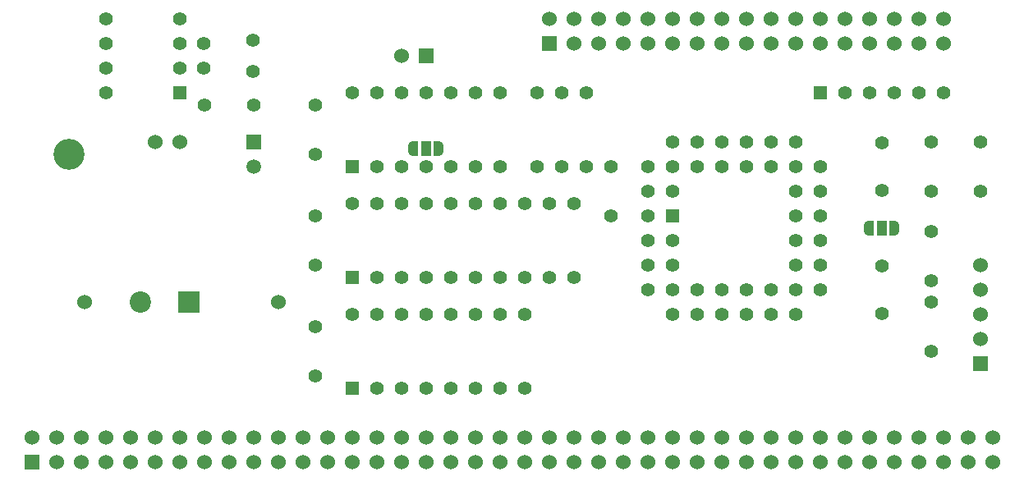
<source format=gbr>
G04 #@! TF.GenerationSoftware,KiCad,Pcbnew,(6.0.2)*
G04 #@! TF.CreationDate,2023-09-27T10:31:06-07:00*
G04 #@! TF.ProjectId,Z80-FDC-V2,5a38302d-4644-4432-9d56-322e6b696361,2.0*
G04 #@! TF.SameCoordinates,Original*
G04 #@! TF.FileFunction,Soldermask,Bot*
G04 #@! TF.FilePolarity,Negative*
%FSLAX46Y46*%
G04 Gerber Fmt 4.6, Leading zero omitted, Abs format (unit mm)*
G04 Created by KiCad (PCBNEW (6.0.2)) date 2023-09-27 10:31:06*
%MOMM*%
%LPD*%
G01*
G04 APERTURE LIST*
G04 Aperture macros list*
%AMFreePoly0*
4,1,22,0.550000,-0.750000,0.000000,-0.750000,0.000000,-0.745033,-0.079941,-0.743568,-0.215256,-0.701293,-0.333266,-0.622738,-0.424486,-0.514219,-0.481581,-0.384460,-0.499164,-0.250000,-0.500000,-0.250000,-0.500000,0.250000,-0.499164,0.250000,-0.499963,0.256109,-0.478152,0.396186,-0.417904,0.524511,-0.324060,0.630769,-0.204165,0.706417,-0.067858,0.745374,0.000000,0.744959,0.000000,0.750000,
0.550000,0.750000,0.550000,-0.750000,0.550000,-0.750000,$1*%
%AMFreePoly1*
4,1,20,0.000000,0.744959,0.073905,0.744508,0.209726,0.703889,0.328688,0.626782,0.421226,0.519385,0.479903,0.390333,0.500000,0.250000,0.500000,-0.250000,0.499851,-0.262216,0.476331,-0.402017,0.414519,-0.529596,0.319384,-0.634700,0.198574,-0.708877,0.061801,-0.746166,0.000000,-0.745033,0.000000,-0.750000,-0.550000,-0.750000,-0.550000,0.750000,0.000000,0.750000,0.000000,0.744959,
0.000000,0.744959,$1*%
G04 Aperture macros list end*
%ADD10R,1.397000X1.397000*%
%ADD11C,1.397000*%
%ADD12C,1.524000*%
%ADD13R,1.524000X1.524000*%
%ADD14FreePoly0,180.000000*%
%ADD15R,1.000000X1.500000*%
%ADD16FreePoly1,180.000000*%
%ADD17C,3.200000*%
%ADD18R,1.490980X1.490980*%
%ADD19C,1.490980*%
%ADD20R,2.200000X2.200000*%
%ADD21C,2.200000*%
G04 APERTURE END LIST*
D10*
X193040000Y-101600000D03*
D11*
X190500000Y-104140000D03*
X193040000Y-104140000D03*
X190500000Y-106680000D03*
X193040000Y-106680000D03*
X190500000Y-109220000D03*
X193040000Y-111760000D03*
X193040000Y-109220000D03*
X195580000Y-111760000D03*
X195580000Y-109220000D03*
X198120000Y-111760000D03*
X198120000Y-109220000D03*
X200660000Y-111760000D03*
X200660000Y-109220000D03*
X203200000Y-111760000D03*
X203200000Y-109220000D03*
X205740000Y-111760000D03*
X208280000Y-109220000D03*
X205740000Y-109220000D03*
X208280000Y-106680000D03*
X205740000Y-106680000D03*
X208280000Y-104140000D03*
X205740000Y-104140000D03*
X208280000Y-101600000D03*
X205740000Y-101600000D03*
X208280000Y-99060000D03*
X205740000Y-99060000D03*
X208280000Y-96520000D03*
X205740000Y-93980000D03*
X205740000Y-96520000D03*
X203200000Y-93980000D03*
X203200000Y-96520000D03*
X200660000Y-93980000D03*
X200660000Y-96520000D03*
X198120000Y-93980000D03*
X198120000Y-96520000D03*
X195580000Y-93980000D03*
X195580000Y-96520000D03*
X193040000Y-93980000D03*
X190500000Y-96520000D03*
X193040000Y-96520000D03*
X190500000Y-99060000D03*
X193040000Y-99060000D03*
X190500000Y-101600000D03*
D12*
X224790000Y-106680000D03*
X224790000Y-109220000D03*
X224790000Y-111760000D03*
X224790000Y-114300000D03*
D13*
X224790000Y-116840000D03*
D14*
X168940000Y-94615000D03*
D15*
X167640000Y-94615000D03*
D16*
X166340000Y-94615000D03*
D14*
X215930000Y-102870000D03*
D15*
X214630000Y-102870000D03*
D16*
X213330000Y-102870000D03*
D11*
X214630000Y-94079060D03*
X214630000Y-98960940D03*
D12*
X226060000Y-124460000D03*
X223520000Y-124460000D03*
X220980000Y-124460000D03*
X218440000Y-124460000D03*
X215900000Y-124460000D03*
X213360000Y-124460000D03*
X210820000Y-124460000D03*
X208280000Y-124460000D03*
X205740000Y-124460000D03*
X203200000Y-124460000D03*
X200660000Y-124460000D03*
X198120000Y-124460000D03*
X195580000Y-124460000D03*
X193040000Y-124460000D03*
X190500000Y-124460000D03*
X187960000Y-124460000D03*
X185420000Y-124460000D03*
X182880000Y-124460000D03*
X180340000Y-124460000D03*
X177800000Y-124460000D03*
X175260000Y-124460000D03*
X172720000Y-124460000D03*
X170180000Y-124460000D03*
X167640000Y-124460000D03*
X165100000Y-124460000D03*
X162560000Y-124460000D03*
X160020000Y-124460000D03*
X157480000Y-124460000D03*
X154940000Y-124460000D03*
X152400000Y-124460000D03*
X149860000Y-124460000D03*
X147320000Y-124460000D03*
X144780000Y-124460000D03*
X142240000Y-124460000D03*
X139700000Y-124460000D03*
X137160000Y-124460000D03*
X134620000Y-124460000D03*
X132080000Y-124460000D03*
X129540000Y-124460000D03*
X127000000Y-124460000D03*
X226060000Y-127000000D03*
X223520000Y-127000000D03*
X220980000Y-127000000D03*
X218440000Y-127000000D03*
X215900000Y-127000000D03*
X213360000Y-127000000D03*
X210820000Y-127000000D03*
X208280000Y-127000000D03*
X205740000Y-127000000D03*
X203200000Y-127000000D03*
X200660000Y-127000000D03*
X198120000Y-127000000D03*
X195580000Y-127000000D03*
X193040000Y-127000000D03*
X190500000Y-127000000D03*
X187960000Y-127000000D03*
X185420000Y-127000000D03*
X182880000Y-127000000D03*
X180340000Y-127000000D03*
X177800000Y-127000000D03*
X175260000Y-127000000D03*
X172720000Y-127000000D03*
X170180000Y-127000000D03*
X167640000Y-127000000D03*
X165100000Y-127000000D03*
X162560000Y-127000000D03*
X160020000Y-127000000D03*
X157480000Y-127000000D03*
X154940000Y-127000000D03*
X152400000Y-127000000D03*
X149860000Y-127000000D03*
X147320000Y-127000000D03*
X144780000Y-127000000D03*
X142240000Y-127000000D03*
X139700000Y-127000000D03*
X137160000Y-127000000D03*
X134620000Y-127000000D03*
X132080000Y-127000000D03*
X129540000Y-127000000D03*
D13*
X127000000Y-127000000D03*
D17*
X130810000Y-95250000D03*
D11*
X186690000Y-101600000D03*
X186690000Y-96520000D03*
X156210000Y-118110000D03*
X156210000Y-113030000D03*
D13*
X167640000Y-85090000D03*
D12*
X165100000Y-85090000D03*
D11*
X156210000Y-101600000D03*
X156210000Y-106680000D03*
X144780000Y-90170000D03*
X149860000Y-90170000D03*
X156210000Y-90170000D03*
X156210000Y-95250000D03*
X224790000Y-93980000D03*
X219710000Y-93980000D03*
D18*
X149860000Y-94000000D03*
D19*
X149860000Y-96500000D03*
D10*
X160020000Y-107950000D03*
D11*
X162560000Y-107950000D03*
X165100000Y-107950000D03*
X167640000Y-107950000D03*
X170180000Y-107950000D03*
X172720000Y-107950000D03*
X175260000Y-107950000D03*
X177800000Y-107950000D03*
X180340000Y-107950000D03*
X182880000Y-107950000D03*
X182880000Y-100330000D03*
X180340000Y-100330000D03*
X177800000Y-100330000D03*
X175260000Y-100330000D03*
X172720000Y-100330000D03*
X170180000Y-100330000D03*
X167640000Y-100330000D03*
X165100000Y-100330000D03*
X162560000Y-100330000D03*
X160020000Y-100330000D03*
D12*
X152430480Y-110490000D03*
X132430520Y-110490000D03*
D11*
X149771316Y-83510000D03*
X149771316Y-86685000D03*
X144691316Y-83827500D03*
X144691316Y-86367500D03*
X181610000Y-88900000D03*
X181610000Y-96520000D03*
X160020000Y-88900000D03*
X162560000Y-88900000D03*
X165100000Y-88900000D03*
X167640000Y-88900000D03*
X170180000Y-88900000D03*
X172720000Y-88900000D03*
X175260000Y-88900000D03*
X175260000Y-96520000D03*
X172720000Y-96520000D03*
X170180000Y-96520000D03*
X167640000Y-96520000D03*
X165100000Y-96520000D03*
X162560000Y-96520000D03*
D10*
X160020000Y-96520000D03*
D11*
X219710000Y-115570000D03*
X219710000Y-110490000D03*
X179070000Y-96520000D03*
X179070000Y-88900000D03*
D10*
X142240000Y-88900000D03*
D11*
X142240000Y-86360000D03*
X142240000Y-83820000D03*
X142240000Y-81280000D03*
X134620000Y-81280000D03*
X134620000Y-83820000D03*
X134620000Y-86360000D03*
X134620000Y-88900000D03*
D10*
X208280000Y-88900000D03*
D11*
X210820000Y-88900000D03*
X213360000Y-88900000D03*
X215900000Y-88900000D03*
X218440000Y-88900000D03*
X220980000Y-88900000D03*
X214630000Y-106779060D03*
X214630000Y-111660940D03*
D20*
X143179730Y-110490000D03*
D21*
X138179730Y-110490000D03*
D11*
X160020000Y-111760000D03*
X162560000Y-111760000D03*
X165100000Y-111760000D03*
X167640000Y-111760000D03*
X170180000Y-111760000D03*
X172720000Y-111760000D03*
X175260000Y-111760000D03*
X177800000Y-111760000D03*
X177800000Y-119380000D03*
X175260000Y-119380000D03*
X172720000Y-119380000D03*
X170180000Y-119380000D03*
X167640000Y-119380000D03*
X165100000Y-119380000D03*
X162560000Y-119380000D03*
D10*
X160020000Y-119380000D03*
D11*
X184150000Y-88900000D03*
X184150000Y-96520000D03*
D13*
X180340000Y-83820000D03*
D12*
X180340000Y-81280000D03*
X182880000Y-83820000D03*
X182880000Y-81280000D03*
X185420000Y-83820000D03*
X185420000Y-81280000D03*
X187960000Y-83820000D03*
X187960000Y-81280000D03*
X190500000Y-83820000D03*
X190500000Y-81280000D03*
X193040000Y-83820000D03*
X193040000Y-81280000D03*
X195580000Y-83820000D03*
X195580000Y-81280000D03*
X198120000Y-83820000D03*
X198120000Y-81280000D03*
X200660000Y-83820000D03*
X200660000Y-81280000D03*
X203200000Y-83820000D03*
X203200000Y-81280000D03*
X205740000Y-83820000D03*
X205740000Y-81280000D03*
X208280000Y-83820000D03*
X208280000Y-81280000D03*
X210820000Y-83820000D03*
X210820000Y-81280000D03*
X213360000Y-83820000D03*
X213360000Y-81280000D03*
X215900000Y-83820000D03*
X215900000Y-81280000D03*
X218440000Y-83820000D03*
X218440000Y-81280000D03*
X220980000Y-83820000D03*
X220980000Y-81280000D03*
D11*
X219710000Y-103187500D03*
X219710000Y-108267500D03*
X219710000Y-99060000D03*
X224790000Y-99060000D03*
D12*
X139700000Y-93980000D03*
X142240000Y-93980000D03*
M02*

</source>
